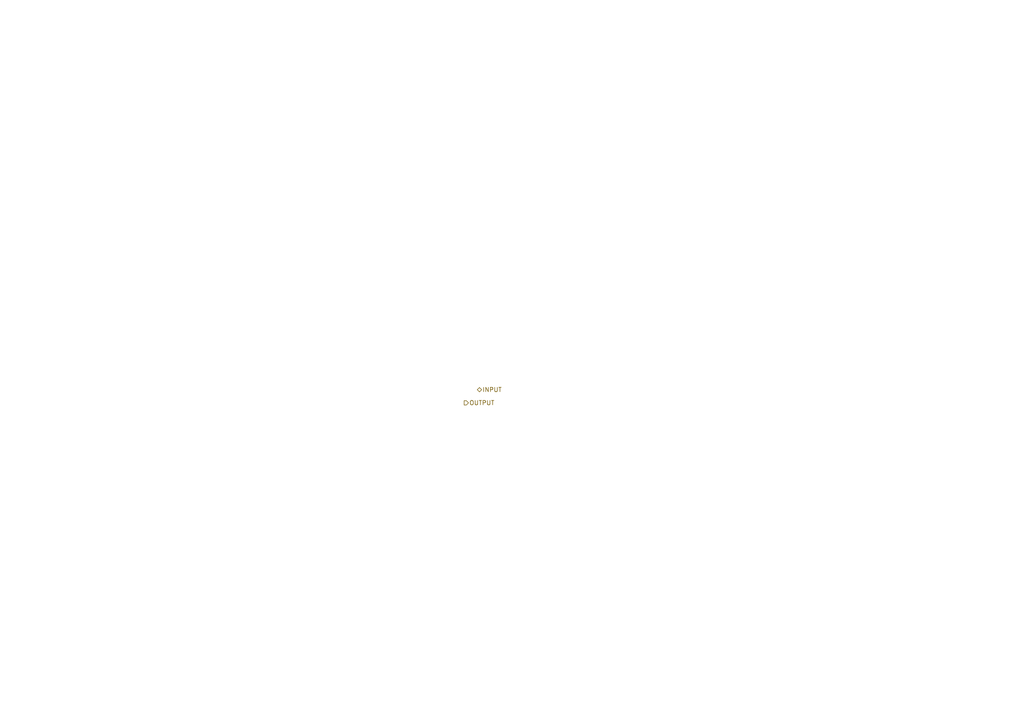
<source format=kicad_sch>
(kicad_sch
	(version 20231120)
	(generator "eeschema")
	(generator_version "8.0")
	(uuid "9b6140fd-af7c-4549-afeb-ed35a48a5674")
	(paper "A4")
	(lib_symbols)
	(hierarchical_label "OUTPUT"
		(shape output)
		(at 134.62 116.84 0)
		(fields_autoplaced yes)
		(effects
			(font
				(size 1.27 1.27)
			)
			(justify left)
		)
		(uuid "dae40340-fb09-4d5c-a66b-f90db1969cab")
	)
	(hierarchical_label "INPUT"
		(shape tri_state)
		(at 138.43 113.03 0)
		(fields_autoplaced yes)
		(effects
			(font
				(size 1.27 1.27)
			)
			(justify left)
		)
		(uuid "f3143134-6fbf-408c-b119-e651ba8e165f")
	)
)
</source>
